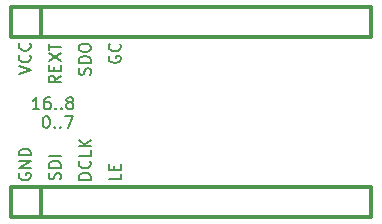
<source format=gto>
G04 (created by PCBNEW (2013-01-27 BZR 3925)-testing) date Tue 29 Jan 2013 05:53:18 PM CET*
%MOIN*%
G04 Gerber Fmt 3.4, Leading zero omitted, Abs format*
%FSLAX34Y34*%
G01*
G70*
G90*
G04 APERTURE LIST*
%ADD10C,2.3622e-06*%
%ADD11C,0.00787402*%
%ADD12C,0.012*%
%ADD13R,0.06X0.06*%
%ADD14C,0.06*%
G04 APERTURE END LIST*
G54D10*
G54D11*
X55950Y-44909D02*
X55725Y-44909D01*
X55837Y-44909D02*
X55837Y-44515D01*
X55800Y-44571D01*
X55762Y-44609D01*
X55725Y-44628D01*
X56287Y-44515D02*
X56212Y-44515D01*
X56175Y-44534D01*
X56156Y-44553D01*
X56118Y-44609D01*
X56100Y-44684D01*
X56100Y-44834D01*
X56118Y-44871D01*
X56137Y-44890D01*
X56175Y-44909D01*
X56250Y-44909D01*
X56287Y-44890D01*
X56306Y-44871D01*
X56325Y-44834D01*
X56325Y-44740D01*
X56306Y-44703D01*
X56287Y-44684D01*
X56250Y-44665D01*
X56175Y-44665D01*
X56137Y-44684D01*
X56118Y-44703D01*
X56100Y-44740D01*
X56493Y-44871D02*
X56512Y-44890D01*
X56493Y-44909D01*
X56474Y-44890D01*
X56493Y-44871D01*
X56493Y-44909D01*
X56681Y-44871D02*
X56699Y-44890D01*
X56681Y-44909D01*
X56662Y-44890D01*
X56681Y-44871D01*
X56681Y-44909D01*
X56924Y-44684D02*
X56887Y-44665D01*
X56868Y-44646D01*
X56849Y-44609D01*
X56849Y-44590D01*
X56868Y-44553D01*
X56887Y-44534D01*
X56924Y-44515D01*
X56999Y-44515D01*
X57037Y-44534D01*
X57056Y-44553D01*
X57074Y-44590D01*
X57074Y-44609D01*
X57056Y-44646D01*
X57037Y-44665D01*
X56999Y-44684D01*
X56924Y-44684D01*
X56887Y-44703D01*
X56868Y-44721D01*
X56849Y-44759D01*
X56849Y-44834D01*
X56868Y-44871D01*
X56887Y-44890D01*
X56924Y-44909D01*
X56999Y-44909D01*
X57037Y-44890D01*
X57056Y-44871D01*
X57074Y-44834D01*
X57074Y-44759D01*
X57056Y-44721D01*
X57037Y-44703D01*
X56999Y-44684D01*
X56156Y-45145D02*
X56193Y-45145D01*
X56231Y-45164D01*
X56250Y-45183D01*
X56268Y-45220D01*
X56287Y-45295D01*
X56287Y-45389D01*
X56268Y-45464D01*
X56250Y-45501D01*
X56231Y-45520D01*
X56193Y-45539D01*
X56156Y-45539D01*
X56118Y-45520D01*
X56100Y-45501D01*
X56081Y-45464D01*
X56062Y-45389D01*
X56062Y-45295D01*
X56081Y-45220D01*
X56100Y-45183D01*
X56118Y-45164D01*
X56156Y-45145D01*
X56456Y-45501D02*
X56474Y-45520D01*
X56456Y-45539D01*
X56437Y-45520D01*
X56456Y-45501D01*
X56456Y-45539D01*
X56643Y-45501D02*
X56662Y-45520D01*
X56643Y-45539D01*
X56624Y-45520D01*
X56643Y-45501D01*
X56643Y-45539D01*
X56793Y-45145D02*
X57056Y-45145D01*
X56887Y-45539D01*
X58284Y-43143D02*
X58265Y-43181D01*
X58265Y-43237D01*
X58284Y-43293D01*
X58321Y-43331D01*
X58359Y-43349D01*
X58434Y-43368D01*
X58490Y-43368D01*
X58565Y-43349D01*
X58603Y-43331D01*
X58640Y-43293D01*
X58659Y-43237D01*
X58659Y-43199D01*
X58640Y-43143D01*
X58621Y-43124D01*
X58490Y-43124D01*
X58490Y-43199D01*
X58621Y-42731D02*
X58640Y-42750D01*
X58659Y-42806D01*
X58659Y-42843D01*
X58640Y-42900D01*
X58603Y-42937D01*
X58565Y-42956D01*
X58490Y-42975D01*
X58434Y-42975D01*
X58359Y-42956D01*
X58321Y-42937D01*
X58284Y-42900D01*
X58265Y-42843D01*
X58265Y-42806D01*
X58284Y-42750D01*
X58303Y-42731D01*
X57640Y-43765D02*
X57659Y-43709D01*
X57659Y-43615D01*
X57640Y-43578D01*
X57621Y-43559D01*
X57584Y-43540D01*
X57546Y-43540D01*
X57509Y-43559D01*
X57490Y-43578D01*
X57471Y-43615D01*
X57453Y-43690D01*
X57434Y-43728D01*
X57415Y-43746D01*
X57378Y-43765D01*
X57340Y-43765D01*
X57303Y-43746D01*
X57284Y-43728D01*
X57265Y-43690D01*
X57265Y-43596D01*
X57284Y-43540D01*
X57659Y-43371D02*
X57265Y-43371D01*
X57265Y-43278D01*
X57284Y-43221D01*
X57321Y-43184D01*
X57359Y-43165D01*
X57434Y-43146D01*
X57490Y-43146D01*
X57565Y-43165D01*
X57603Y-43184D01*
X57640Y-43221D01*
X57659Y-43278D01*
X57659Y-43371D01*
X57265Y-42903D02*
X57265Y-42828D01*
X57284Y-42790D01*
X57321Y-42753D01*
X57396Y-42734D01*
X57528Y-42734D01*
X57603Y-42753D01*
X57640Y-42790D01*
X57659Y-42828D01*
X57659Y-42903D01*
X57640Y-42940D01*
X57603Y-42978D01*
X57528Y-42996D01*
X57396Y-42996D01*
X57321Y-42978D01*
X57284Y-42940D01*
X57265Y-42903D01*
X56659Y-43793D02*
X56471Y-43924D01*
X56659Y-44018D02*
X56265Y-44018D01*
X56265Y-43868D01*
X56284Y-43831D01*
X56303Y-43812D01*
X56340Y-43793D01*
X56396Y-43793D01*
X56434Y-43812D01*
X56453Y-43831D01*
X56471Y-43868D01*
X56471Y-44018D01*
X56453Y-43624D02*
X56453Y-43493D01*
X56659Y-43437D02*
X56659Y-43624D01*
X56265Y-43624D01*
X56265Y-43437D01*
X56265Y-43306D02*
X56659Y-43043D01*
X56265Y-43043D02*
X56659Y-43306D01*
X56265Y-42950D02*
X56265Y-42725D01*
X56659Y-42837D02*
X56265Y-42837D01*
X58659Y-47056D02*
X58659Y-47243D01*
X58265Y-47243D01*
X58453Y-46925D02*
X58453Y-46793D01*
X58659Y-46737D02*
X58659Y-46925D01*
X58265Y-46925D01*
X58265Y-46737D01*
X57659Y-47256D02*
X57265Y-47256D01*
X57265Y-47162D01*
X57284Y-47106D01*
X57321Y-47068D01*
X57359Y-47049D01*
X57434Y-47031D01*
X57490Y-47031D01*
X57565Y-47049D01*
X57603Y-47068D01*
X57640Y-47106D01*
X57659Y-47162D01*
X57659Y-47256D01*
X57621Y-46637D02*
X57640Y-46656D01*
X57659Y-46712D01*
X57659Y-46749D01*
X57640Y-46806D01*
X57603Y-46843D01*
X57565Y-46862D01*
X57490Y-46881D01*
X57434Y-46881D01*
X57359Y-46862D01*
X57321Y-46843D01*
X57284Y-46806D01*
X57265Y-46749D01*
X57265Y-46712D01*
X57284Y-46656D01*
X57303Y-46637D01*
X57659Y-46281D02*
X57659Y-46468D01*
X57265Y-46468D01*
X57659Y-46150D02*
X57265Y-46150D01*
X57659Y-45925D02*
X57434Y-46093D01*
X57265Y-45925D02*
X57490Y-46150D01*
X56640Y-47253D02*
X56659Y-47196D01*
X56659Y-47103D01*
X56640Y-47065D01*
X56621Y-47046D01*
X56584Y-47028D01*
X56546Y-47028D01*
X56509Y-47046D01*
X56490Y-47065D01*
X56471Y-47103D01*
X56453Y-47178D01*
X56434Y-47215D01*
X56415Y-47234D01*
X56378Y-47253D01*
X56340Y-47253D01*
X56303Y-47234D01*
X56284Y-47215D01*
X56265Y-47178D01*
X56265Y-47084D01*
X56284Y-47028D01*
X56659Y-46859D02*
X56265Y-46859D01*
X56265Y-46765D01*
X56284Y-46709D01*
X56321Y-46671D01*
X56359Y-46653D01*
X56434Y-46634D01*
X56490Y-46634D01*
X56565Y-46653D01*
X56603Y-46671D01*
X56640Y-46709D01*
X56659Y-46765D01*
X56659Y-46859D01*
X56659Y-46465D02*
X56265Y-46465D01*
X55284Y-47049D02*
X55265Y-47087D01*
X55265Y-47143D01*
X55284Y-47199D01*
X55321Y-47237D01*
X55359Y-47256D01*
X55434Y-47274D01*
X55490Y-47274D01*
X55565Y-47256D01*
X55603Y-47237D01*
X55640Y-47199D01*
X55659Y-47143D01*
X55659Y-47106D01*
X55640Y-47049D01*
X55621Y-47031D01*
X55490Y-47031D01*
X55490Y-47106D01*
X55659Y-46862D02*
X55265Y-46862D01*
X55659Y-46637D01*
X55265Y-46637D01*
X55659Y-46450D02*
X55265Y-46450D01*
X55265Y-46356D01*
X55284Y-46300D01*
X55321Y-46262D01*
X55359Y-46243D01*
X55434Y-46225D01*
X55490Y-46225D01*
X55565Y-46243D01*
X55603Y-46262D01*
X55640Y-46300D01*
X55659Y-46356D01*
X55659Y-46450D01*
X55265Y-43724D02*
X55659Y-43593D01*
X55265Y-43462D01*
X55621Y-43106D02*
X55640Y-43125D01*
X55659Y-43181D01*
X55659Y-43218D01*
X55640Y-43274D01*
X55603Y-43312D01*
X55565Y-43331D01*
X55490Y-43349D01*
X55434Y-43349D01*
X55359Y-43331D01*
X55321Y-43312D01*
X55284Y-43274D01*
X55265Y-43218D01*
X55265Y-43181D01*
X55284Y-43125D01*
X55303Y-43106D01*
X55621Y-42712D02*
X55640Y-42731D01*
X55659Y-42787D01*
X55659Y-42825D01*
X55640Y-42881D01*
X55603Y-42918D01*
X55565Y-42937D01*
X55490Y-42956D01*
X55434Y-42956D01*
X55359Y-42937D01*
X55321Y-42918D01*
X55284Y-42881D01*
X55265Y-42825D01*
X55265Y-42787D01*
X55284Y-42731D01*
X55303Y-42712D01*
G54D12*
X55000Y-48500D02*
X55000Y-48500D01*
X55000Y-48500D02*
X55000Y-47500D01*
X55000Y-47500D02*
X65000Y-47500D01*
X65000Y-48500D02*
X55000Y-48500D01*
X56000Y-48500D02*
X56000Y-47500D01*
X65000Y-47500D02*
X66750Y-47500D01*
X66750Y-47500D02*
X67000Y-47500D01*
X67000Y-47500D02*
X67000Y-48500D01*
X67000Y-48500D02*
X65000Y-48500D01*
X55000Y-42500D02*
X55000Y-42500D01*
X55000Y-42500D02*
X55000Y-41500D01*
X55000Y-41500D02*
X65000Y-41500D01*
X65000Y-42500D02*
X55000Y-42500D01*
X56000Y-42500D02*
X56000Y-41500D01*
X65000Y-41500D02*
X66750Y-41500D01*
X66750Y-41500D02*
X67000Y-41500D01*
X67000Y-41500D02*
X67000Y-42500D01*
X67000Y-42500D02*
X65000Y-42500D01*
%LPC*%
G54D13*
X55500Y-48000D03*
G54D14*
X56500Y-48000D03*
X57500Y-48000D03*
X58500Y-48000D03*
X59500Y-48000D03*
X60500Y-48000D03*
X61500Y-48000D03*
X62500Y-48000D03*
X63500Y-48000D03*
X64500Y-48000D03*
X65500Y-48000D03*
X66500Y-48000D03*
G54D13*
X55500Y-42000D03*
G54D14*
X56500Y-42000D03*
X57500Y-42000D03*
X58500Y-42000D03*
X59500Y-42000D03*
X60500Y-42000D03*
X61500Y-42000D03*
X62500Y-42000D03*
X63500Y-42000D03*
X64500Y-42000D03*
X65500Y-42000D03*
X66500Y-42000D03*
M02*

</source>
